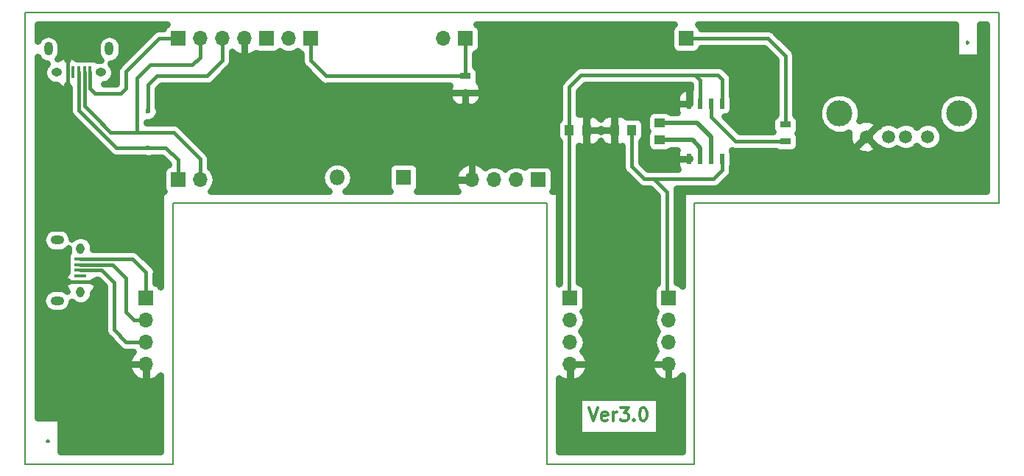
<source format=gbr>
G04 #@! TF.GenerationSoftware,KiCad,Pcbnew,(5.0.0)*
G04 #@! TF.CreationDate,2018-11-23T00:32:49+07:00*
G04 #@! TF.ProjectId,ext_module,6578745F6D6F64756C652E6B69636164,rev?*
G04 #@! TF.SameCoordinates,Original*
G04 #@! TF.FileFunction,Copper,L1,Top,Signal*
G04 #@! TF.FilePolarity,Positive*
%FSLAX46Y46*%
G04 Gerber Fmt 4.6, Leading zero omitted, Abs format (unit mm)*
G04 Created by KiCad (PCBNEW (5.0.0)) date 11/23/18 00:32:49*
%MOMM*%
%LPD*%
G01*
G04 APERTURE LIST*
G04 #@! TA.AperFunction,NonConductor*
%ADD10C,0.150000*%
G04 #@! TD*
G04 #@! TA.AperFunction,NonConductor*
%ADD11C,0.300000*%
G04 #@! TD*
G04 #@! TA.AperFunction,ComponentPad*
%ADD12R,1.800000X1.800000*%
G04 #@! TD*
G04 #@! TA.AperFunction,ComponentPad*
%ADD13O,1.800000X1.800000*%
G04 #@! TD*
G04 #@! TA.AperFunction,SMDPad,CuDef*
%ADD14R,1.250000X1.000000*%
G04 #@! TD*
G04 #@! TA.AperFunction,SMDPad,CuDef*
%ADD15R,1.000000X1.250000*%
G04 #@! TD*
G04 #@! TA.AperFunction,ComponentPad*
%ADD16C,1.500000*%
G04 #@! TD*
G04 #@! TA.AperFunction,ComponentPad*
%ADD17C,3.000000*%
G04 #@! TD*
G04 #@! TA.AperFunction,ComponentPad*
%ADD18R,1.700000X1.700000*%
G04 #@! TD*
G04 #@! TA.AperFunction,ComponentPad*
%ADD19O,1.700000X1.700000*%
G04 #@! TD*
G04 #@! TA.AperFunction,SMDPad,CuDef*
%ADD20R,1.300000X0.700000*%
G04 #@! TD*
G04 #@! TA.AperFunction,SMDPad,CuDef*
%ADD21R,1.350000X0.400000*%
G04 #@! TD*
G04 #@! TA.AperFunction,ComponentPad*
%ADD22O,0.950000X1.250000*%
G04 #@! TD*
G04 #@! TA.AperFunction,ComponentPad*
%ADD23O,1.550000X1.000000*%
G04 #@! TD*
G04 #@! TA.AperFunction,SMDPad,CuDef*
%ADD24R,0.400000X1.350000*%
G04 #@! TD*
G04 #@! TA.AperFunction,ComponentPad*
%ADD25O,1.250000X0.950000*%
G04 #@! TD*
G04 #@! TA.AperFunction,ComponentPad*
%ADD26O,1.000000X1.550000*%
G04 #@! TD*
G04 #@! TA.AperFunction,SMDPad,CuDef*
%ADD27R,0.508000X1.143000*%
G04 #@! TD*
G04 #@! TA.AperFunction,ViaPad*
%ADD28C,0.600000*%
G04 #@! TD*
G04 #@! TA.AperFunction,Conductor*
%ADD29C,0.500000*%
G04 #@! TD*
G04 #@! TA.AperFunction,Conductor*
%ADD30C,0.400000*%
G04 #@! TD*
G04 #@! TA.AperFunction,Conductor*
%ADD31C,0.800000*%
G04 #@! TD*
G04 APERTURE END LIST*
D10*
X21000000Y-23000000D02*
X21000000Y-75000000D01*
X133000000Y-23000000D02*
X21000000Y-23000000D01*
X133000000Y-45000000D02*
X133000000Y-23000000D01*
X98000000Y-45000000D02*
X133000000Y-45000000D01*
X98000000Y-75000000D02*
X98000000Y-45000000D01*
X81000000Y-75000000D02*
X98000000Y-75000000D01*
X81000000Y-45000000D02*
X81000000Y-75000000D01*
X38000000Y-45000000D02*
X81000000Y-45000000D01*
X38000000Y-75000000D02*
X38000000Y-45000000D01*
X21000000Y-75000000D02*
X38000000Y-75000000D01*
D11*
X85888142Y-68520571D02*
X86388142Y-70020571D01*
X86888142Y-68520571D01*
X87959571Y-69949142D02*
X87816714Y-70020571D01*
X87531000Y-70020571D01*
X87388142Y-69949142D01*
X87316714Y-69806285D01*
X87316714Y-69234857D01*
X87388142Y-69092000D01*
X87531000Y-69020571D01*
X87816714Y-69020571D01*
X87959571Y-69092000D01*
X88031000Y-69234857D01*
X88031000Y-69377714D01*
X87316714Y-69520571D01*
X88673857Y-70020571D02*
X88673857Y-69020571D01*
X88673857Y-69306285D02*
X88745285Y-69163428D01*
X88816714Y-69092000D01*
X88959571Y-69020571D01*
X89102428Y-69020571D01*
X89459571Y-68520571D02*
X90388142Y-68520571D01*
X89888142Y-69092000D01*
X90102428Y-69092000D01*
X90245285Y-69163428D01*
X90316714Y-69234857D01*
X90388142Y-69377714D01*
X90388142Y-69734857D01*
X90316714Y-69877714D01*
X90245285Y-69949142D01*
X90102428Y-70020571D01*
X89673857Y-70020571D01*
X89531000Y-69949142D01*
X89459571Y-69877714D01*
X91031000Y-69877714D02*
X91102428Y-69949142D01*
X91031000Y-70020571D01*
X90959571Y-69949142D01*
X91031000Y-69877714D01*
X91031000Y-70020571D01*
X92031000Y-68520571D02*
X92173857Y-68520571D01*
X92316714Y-68592000D01*
X92388142Y-68663428D01*
X92459571Y-68806285D01*
X92531000Y-69092000D01*
X92531000Y-69449142D01*
X92459571Y-69734857D01*
X92388142Y-69877714D01*
X92316714Y-69949142D01*
X92173857Y-70020571D01*
X92031000Y-70020571D01*
X91888142Y-69949142D01*
X91816714Y-69877714D01*
X91745285Y-69734857D01*
X91673857Y-69449142D01*
X91673857Y-69092000D01*
X91745285Y-68806285D01*
X91816714Y-68663428D01*
X91888142Y-68592000D01*
X92031000Y-68520571D01*
X129413000Y-26443714D02*
X129484428Y-26515142D01*
X129413000Y-26586571D01*
X129341571Y-26515142D01*
X129413000Y-26443714D01*
X129413000Y-26586571D01*
X23622000Y-72290714D02*
X23693428Y-72362142D01*
X23622000Y-72433571D01*
X23550571Y-72362142D01*
X23622000Y-72290714D01*
X23622000Y-72433571D01*
D12*
G04 #@! TO.P,D1,1*
G04 #@! TO.N,Net-(D1-Pad1)*
X64516000Y-42037000D03*
D13*
G04 #@! TO.P,D1,2*
G04 #@! TO.N,Net-(D1-Pad2)*
X56896000Y-42037000D03*
G04 #@! TD*
D14*
G04 #@! TO.P,C1uF1,1*
G04 #@! TO.N,Net-(C1uF1-Pad1)*
X93980000Y-35703000D03*
G04 #@! TO.P,C1uF1,2*
G04 #@! TO.N,Net-(C1uF1-Pad2)*
X93980000Y-37703000D03*
G04 #@! TD*
D15*
G04 #@! TO.P,C2.2uF1,1*
G04 #@! TO.N,Net-(C2.2uF1-Pad1)*
X83582000Y-36576000D03*
G04 #@! TO.P,C2.2uF1,2*
G04 #@! TO.N,GND*
X85582000Y-36576000D03*
G04 #@! TD*
G04 #@! TO.P,C10uF1,1*
G04 #@! TO.N,Net-(C10uF1-Pad1)*
X90789000Y-36576000D03*
G04 #@! TO.P,C10uF1,2*
G04 #@! TO.N,GND*
X88789000Y-36576000D03*
G04 #@! TD*
D16*
G04 #@! TO.P,P1,4*
G04 #@! TO.N,GND*
X117731000Y-37338000D03*
G04 #@! TO.P,P1,3*
G04 #@! TO.N,Net-(P1-Pad3)*
X120271000Y-37338000D03*
G04 #@! TO.P,P1,2*
G04 #@! TO.N,Net-(P1-Pad2)*
X122301000Y-37338000D03*
G04 #@! TO.P,P1,1*
G04 #@! TO.N,Net-(P1-Pad1)*
X124841000Y-37338000D03*
D17*
G04 #@! TO.P,P1,5*
G04 #@! TO.N,Net-(P1-Pad5)*
X114681000Y-34668000D03*
X128401000Y-34668000D03*
G04 #@! TD*
D18*
G04 #@! TO.P,P2,1*
G04 #@! TO.N,Net-(P1-Pad1)*
X80010000Y-42291000D03*
D19*
G04 #@! TO.P,P2,2*
G04 #@! TO.N,Net-(P1-Pad2)*
X77470000Y-42291000D03*
G04 #@! TO.P,P2,3*
G04 #@! TO.N,Net-(P1-Pad3)*
X74930000Y-42291000D03*
G04 #@! TO.P,P2,4*
G04 #@! TO.N,GND*
X72390000Y-42291000D03*
G04 #@! TD*
D18*
G04 #@! TO.P,P3,1*
G04 #@! TO.N,Net-(D1-Pad2)*
X34925000Y-55880000D03*
D19*
G04 #@! TO.P,P3,2*
G04 #@! TO.N,Net-(P3-Pad2)*
X34925000Y-58420000D03*
G04 #@! TO.P,P3,3*
G04 #@! TO.N,Net-(P3-Pad3)*
X34925000Y-60960000D03*
G04 #@! TO.P,P3,4*
G04 #@! TO.N,GND*
X34925000Y-63500000D03*
G04 #@! TD*
D18*
G04 #@! TO.P,P4,1*
G04 #@! TO.N,Net-(C2.2uF1-Pad1)*
X83693000Y-55880000D03*
D19*
G04 #@! TO.P,P4,2*
G04 #@! TO.N,Net-(P4-Pad2)*
X83693000Y-58420000D03*
G04 #@! TO.P,P4,3*
G04 #@! TO.N,Net-(P4-Pad3)*
X83693000Y-60960000D03*
G04 #@! TO.P,P4,4*
G04 #@! TO.N,GND*
X83693000Y-63500000D03*
G04 #@! TD*
D18*
G04 #@! TO.P,P6,1*
G04 #@! TO.N,Net-(C10uF1-Pad1)*
X94996000Y-55880000D03*
D19*
G04 #@! TO.P,P6,2*
G04 #@! TO.N,Net-(P4-Pad2)*
X94996000Y-58420000D03*
G04 #@! TO.P,P6,3*
G04 #@! TO.N,Net-(P4-Pad3)*
X94996000Y-60960000D03*
G04 #@! TO.P,P6,4*
G04 #@! TO.N,GND*
X94996000Y-63500000D03*
G04 #@! TD*
D18*
G04 #@! TO.P,P7,1*
G04 #@! TO.N,Net-(P7-Pad1)*
X97000000Y-26000000D03*
G04 #@! TD*
G04 #@! TO.P,P8,1*
G04 #@! TO.N,Net-(D1-Pad1)*
X38608000Y-26035000D03*
D19*
G04 #@! TO.P,P8,2*
G04 #@! TO.N,Net-(P5-Pad2)*
X41148000Y-26035000D03*
G04 #@! TO.P,P8,3*
G04 #@! TO.N,Net-(P5-Pad1)*
X43688000Y-26035000D03*
G04 #@! TO.P,P8,4*
G04 #@! TO.N,GND*
X46228000Y-26035000D03*
G04 #@! TD*
D18*
G04 #@! TO.P,P9,1*
G04 #@! TO.N,Net-(P9-Pad1)*
X48768000Y-26035000D03*
D19*
G04 #@! TO.P,P9,2*
G04 #@! TO.N,Net-(P9-Pad2)*
X51308000Y-26035000D03*
G04 #@! TD*
D18*
G04 #@! TO.P,P10,1*
G04 #@! TO.N,Net-(P10-Pad1)*
X53848000Y-26035000D03*
G04 #@! TD*
D20*
G04 #@! TO.P,R10k2,1*
G04 #@! TO.N,GND*
X71628000Y-32253000D03*
G04 #@! TO.P,R10k2,2*
G04 #@! TO.N,Net-(P10-Pad1)*
X71628000Y-30353000D03*
G04 #@! TD*
G04 #@! TO.P,R100k1,1*
G04 #@! TO.N,Net-(R100k1-Pad1)*
X108458000Y-37841000D03*
G04 #@! TO.P,R100k1,2*
G04 #@! TO.N,Net-(P7-Pad1)*
X108458000Y-35941000D03*
G04 #@! TD*
D21*
G04 #@! TO.P,U1,1*
G04 #@! TO.N,Net-(D1-Pad2)*
X27385000Y-51405000D03*
G04 #@! TO.P,U1,2*
G04 #@! TO.N,Net-(P3-Pad2)*
X27385000Y-52055000D03*
G04 #@! TO.P,U1,3*
G04 #@! TO.N,Net-(P3-Pad3)*
X27385000Y-52705000D03*
G04 #@! TO.P,U1,4*
G04 #@! TO.N,Net-(U1-Pad4)*
X27385000Y-53355000D03*
G04 #@! TO.P,U1,5*
G04 #@! TO.N,GND*
X27385000Y-54005000D03*
D22*
G04 #@! TO.P,U1,6*
G04 #@! TO.N,N/C*
X27385000Y-50205000D03*
X27385000Y-55205000D03*
D23*
X24685000Y-49205000D03*
X24685000Y-56205000D03*
G04 #@! TD*
D24*
G04 #@! TO.P,U2,1*
G04 #@! TO.N,Net-(D1-Pad1)*
X28478000Y-29925000D03*
G04 #@! TO.P,U2,2*
G04 #@! TO.N,Net-(P5-Pad2)*
X27828000Y-29925000D03*
G04 #@! TO.P,U2,3*
G04 #@! TO.N,Net-(P5-Pad1)*
X27178000Y-29925000D03*
G04 #@! TO.P,U2,4*
G04 #@! TO.N,Net-(U2-Pad4)*
X26528000Y-29925000D03*
G04 #@! TO.P,U2,5*
G04 #@! TO.N,GND*
X25878000Y-29925000D03*
D25*
G04 #@! TO.P,U2,6*
G04 #@! TO.N,N/C*
X29678000Y-29925000D03*
X24678000Y-29925000D03*
D26*
X30678000Y-27225000D03*
X23678000Y-27225000D03*
G04 #@! TD*
D27*
G04 #@! TO.P,U2F1,8*
G04 #@! TO.N,Net-(C10uF1-Pad1)*
X101219000Y-39878000D03*
G04 #@! TO.P,U2F1,7*
G04 #@! TO.N,Net-(C1uF1-Pad1)*
X99949000Y-39878000D03*
G04 #@! TO.P,U2F1,6*
G04 #@! TO.N,Net-(C1uF1-Pad2)*
X98679000Y-39878000D03*
G04 #@! TO.P,U2F1,5*
G04 #@! TO.N,GND*
X97409000Y-39878000D03*
G04 #@! TO.P,U2F1,4*
X97409000Y-33528000D03*
G04 #@! TO.P,U2F1,3*
G04 #@! TO.N,Net-(C2.2uF1-Pad1)*
X98679000Y-33528000D03*
G04 #@! TO.P,U2F1,2*
G04 #@! TO.N,Net-(R100k1-Pad1)*
X99949000Y-33528000D03*
G04 #@! TO.P,U2F1,1*
G04 #@! TO.N,Net-(C2.2uF1-Pad1)*
X101219000Y-33528000D03*
G04 #@! TD*
D18*
G04 #@! TO.P,Photo_R1,1*
G04 #@! TO.N,Net-(P10-Pad1)*
X71628000Y-26035000D03*
D19*
G04 #@! TO.P,Photo_R1,2*
G04 #@! TO.N,Net-(D1-Pad1)*
X69088000Y-26035000D03*
G04 #@! TD*
D18*
G04 #@! TO.P,P5,1*
G04 #@! TO.N,Net-(P5-Pad1)*
X38608000Y-42291000D03*
D19*
G04 #@! TO.P,P5,2*
G04 #@! TO.N,Net-(P5-Pad2)*
X41148000Y-42291000D03*
G04 #@! TD*
D28*
G04 #@! TO.N,Net-(P5-Pad1)*
X35179000Y-34417000D03*
X35179000Y-38608000D03*
G04 #@! TO.N,GND*
X88000000Y-33000000D03*
X28000000Y-59000000D03*
X44704000Y-33528000D03*
X24638000Y-53975000D03*
X27178000Y-27051000D03*
X36703000Y-32893000D03*
X25273000Y-32766000D03*
G04 #@! TD*
D29*
G04 #@! TO.N,Net-(C1uF1-Pad1)*
X99949000Y-39878000D02*
X99949000Y-37338000D01*
X98314000Y-35703000D02*
X93980000Y-35703000D01*
X99949000Y-37338000D02*
X98314000Y-35703000D01*
G04 #@! TO.N,Net-(C1uF1-Pad2)*
X98679000Y-39878000D02*
X98679000Y-38608000D01*
X97774000Y-37703000D02*
X93980000Y-37703000D01*
X98679000Y-38608000D02*
X97774000Y-37703000D01*
D30*
G04 #@! TO.N,Net-(C2.2uF1-Pad1)*
X83582000Y-36576000D02*
X83582000Y-31607000D01*
X83582000Y-31607000D02*
X84963000Y-30226000D01*
X98679000Y-33528000D02*
X98679000Y-30861000D01*
X101219000Y-30734000D02*
X101219000Y-33528000D01*
X99314000Y-30226000D02*
X100711000Y-30226000D01*
X100711000Y-30226000D02*
X101219000Y-30734000D01*
X83582000Y-36576000D02*
X83582000Y-55769000D01*
X83582000Y-55769000D02*
X83693000Y-55880000D01*
X98679000Y-30861000D02*
X98044000Y-30226000D01*
X84963000Y-30226000D02*
X98044000Y-30226000D01*
X98044000Y-30226000D02*
X99314000Y-30226000D01*
G04 #@! TO.N,Net-(C10uF1-Pad1)*
X93345000Y-42164000D02*
X94869000Y-43688000D01*
X94869000Y-43688000D02*
X94869000Y-55753000D01*
X94869000Y-55753000D02*
X94996000Y-55880000D01*
X90789000Y-36576000D02*
X90789000Y-40751000D01*
X101219000Y-41148000D02*
X101219000Y-39878000D01*
X100203000Y-42164000D02*
X101219000Y-41148000D01*
X92202000Y-42164000D02*
X93345000Y-42164000D01*
X93345000Y-42164000D02*
X100203000Y-42164000D01*
X90789000Y-40751000D02*
X92202000Y-42164000D01*
G04 #@! TO.N,Net-(D1-Pad1)*
X36449000Y-26035000D02*
X38608000Y-26035000D01*
X28478000Y-31780000D02*
X29083000Y-32385000D01*
X28478000Y-29925000D02*
X28478000Y-31780000D01*
X29083000Y-32385000D02*
X32004000Y-32385000D01*
X32004000Y-32385000D02*
X32639000Y-31750000D01*
X32639000Y-31750000D02*
X32639000Y-29845000D01*
X32639000Y-29845000D02*
X36449000Y-26035000D01*
G04 #@! TO.N,Net-(D1-Pad2)*
X27385000Y-51405000D02*
X33371000Y-51405000D01*
X34925000Y-52959000D02*
X34925000Y-55880000D01*
X33371000Y-51405000D02*
X34925000Y-52959000D01*
G04 #@! TO.N,Net-(P3-Pad2)*
X27385000Y-52055000D02*
X31100000Y-52055000D01*
X33528000Y-58420000D02*
X34925000Y-58420000D01*
X32639000Y-57531000D02*
X33528000Y-58420000D01*
X32639000Y-53594000D02*
X32639000Y-57531000D01*
X31100000Y-52055000D02*
X32639000Y-53594000D01*
G04 #@! TO.N,Net-(P3-Pad3)*
X32639000Y-60960000D02*
X34925000Y-60960000D01*
X31242000Y-59563000D02*
X32639000Y-60960000D01*
X31242000Y-54102000D02*
X31242000Y-59563000D01*
X27385000Y-52705000D02*
X29845000Y-52705000D01*
X29845000Y-52705000D02*
X31242000Y-54102000D01*
G04 #@! TO.N,Net-(P5-Pad2)*
X27828000Y-29925000D02*
X27828000Y-33797000D01*
X27828000Y-33797000D02*
X30035500Y-36004500D01*
X29845000Y-35814000D02*
X30861000Y-36830000D01*
X30861000Y-36830000D02*
X33528000Y-36830000D01*
X41148000Y-39878000D02*
X41148000Y-42291000D01*
X33528000Y-36830000D02*
X38100000Y-36830000D01*
X38100000Y-36830000D02*
X41148000Y-39878000D01*
X33909000Y-36830000D02*
X33528000Y-36830000D01*
X33909000Y-30607000D02*
X33909000Y-36830000D01*
X35433000Y-29083000D02*
X33909000Y-30607000D01*
X40259000Y-29083000D02*
X35433000Y-29083000D01*
X41148000Y-26035000D02*
X41148000Y-28194000D01*
X41148000Y-28194000D02*
X40259000Y-29083000D01*
G04 #@! TO.N,Net-(P7-Pad1)*
X108458000Y-28000000D02*
X108458000Y-35941000D01*
X106458000Y-26000000D02*
X108458000Y-28000000D01*
X97000000Y-26000000D02*
X106458000Y-26000000D01*
G04 #@! TO.N,Net-(P10-Pad1)*
X53848000Y-28575000D02*
X53848000Y-26035000D01*
X71628000Y-30353000D02*
X55626000Y-30353000D01*
X55626000Y-30353000D02*
X53848000Y-28575000D01*
X71628000Y-30353000D02*
X71628000Y-26035000D01*
G04 #@! TO.N,Net-(R100k1-Pad1)*
X99949000Y-35052000D02*
X102743000Y-37846000D01*
X99949000Y-33528000D02*
X99949000Y-35052000D01*
X107403000Y-37846000D02*
X102743000Y-37846000D01*
X107408000Y-37841000D02*
X107403000Y-37846000D01*
X108458000Y-37841000D02*
X107408000Y-37841000D01*
G04 #@! TO.N,Net-(P5-Pad1)*
X43688000Y-28575000D02*
X43688000Y-26035000D01*
X37592000Y-30353000D02*
X41910000Y-30353000D01*
X41910000Y-30353000D02*
X43688000Y-28575000D01*
X27178000Y-29925000D02*
X27178000Y-34290000D01*
X27178000Y-34290000D02*
X31496000Y-38608000D01*
X37592000Y-30353000D02*
X36195000Y-30353000D01*
X36195000Y-30353000D02*
X35179000Y-31369000D01*
X35179000Y-31369000D02*
X35179000Y-34417000D01*
X31496000Y-38608000D02*
X35179000Y-38608000D01*
X38608000Y-40005000D02*
X38608000Y-42291000D01*
X35179000Y-38608000D02*
X37211000Y-38608000D01*
X37211000Y-38608000D02*
X38608000Y-40005000D01*
G04 #@! TO.N,GND*
X85582000Y-36576000D02*
X85582000Y-35418000D01*
X85582000Y-35418000D02*
X88000000Y-33000000D01*
X27385000Y-54005000D02*
X24668000Y-54005000D01*
X24668000Y-54005000D02*
X24638000Y-53975000D01*
X29011000Y-59000000D02*
X28000000Y-59000000D01*
X29990000Y-58021000D02*
X29011000Y-59000000D01*
X29990000Y-55000000D02*
X29990000Y-58021000D01*
X27385000Y-54005000D02*
X28995000Y-54005000D01*
X28995000Y-54005000D02*
X29990000Y-55000000D01*
X25908000Y-28321000D02*
X27178000Y-27051000D01*
X25878000Y-29925000D02*
X25878000Y-28351000D01*
X25878000Y-28351000D02*
X25908000Y-28321000D01*
X25878000Y-29925000D02*
X25878000Y-32161000D01*
X25878000Y-32161000D02*
X25273000Y-32766000D01*
X37338000Y-33528000D02*
X36703000Y-32893000D01*
X44704000Y-33528000D02*
X37338000Y-33528000D01*
G04 #@! TD*
D31*
G04 #@! TO.N,GND*
G36*
X97579001Y-31873999D02*
X97434000Y-32019000D01*
X97434000Y-33503000D01*
X97454000Y-33503000D01*
X97454000Y-33553000D01*
X97434000Y-33553000D01*
X97434000Y-33573000D01*
X97384000Y-33573000D01*
X97384000Y-33553000D01*
X96217500Y-33553000D01*
X95905000Y-33865500D01*
X95905000Y-34348141D01*
X95989855Y-34553000D01*
X95252164Y-34553000D01*
X94956163Y-34355219D01*
X94605000Y-34285368D01*
X93355000Y-34285368D01*
X93003837Y-34355219D01*
X92706136Y-34554136D01*
X92507219Y-34851837D01*
X92437368Y-35203000D01*
X92437368Y-36203000D01*
X92507219Y-36554163D01*
X92606668Y-36703000D01*
X92507219Y-36851837D01*
X92437368Y-37203000D01*
X92437368Y-38203000D01*
X92507219Y-38554163D01*
X92706136Y-38851864D01*
X93003837Y-39050781D01*
X93355000Y-39120632D01*
X94605000Y-39120632D01*
X94956163Y-39050781D01*
X95252164Y-38853000D01*
X95989855Y-38853000D01*
X95905000Y-39057859D01*
X95905000Y-39540500D01*
X96217500Y-39853000D01*
X97384000Y-39853000D01*
X97384000Y-39833000D01*
X97434000Y-39833000D01*
X97434000Y-39853000D01*
X97454000Y-39853000D01*
X97454000Y-39903000D01*
X97434000Y-39903000D01*
X97434000Y-39923000D01*
X97384000Y-39923000D01*
X97384000Y-39903000D01*
X96217500Y-39903000D01*
X95905000Y-40215500D01*
X95905000Y-40698141D01*
X96056544Y-41064000D01*
X93453339Y-41064000D01*
X93345000Y-41042450D01*
X93236661Y-41064000D01*
X92657635Y-41064000D01*
X91889000Y-40295366D01*
X91889000Y-37882514D01*
X91937864Y-37849864D01*
X92136781Y-37552163D01*
X92206632Y-37201000D01*
X92206632Y-35951000D01*
X92136781Y-35599837D01*
X91937864Y-35302136D01*
X91640163Y-35103219D01*
X91289000Y-35033368D01*
X90289000Y-35033368D01*
X90163999Y-35058232D01*
X89997068Y-34891301D01*
X89537640Y-34701000D01*
X89126500Y-34701000D01*
X88814000Y-35013500D01*
X88814000Y-36551000D01*
X88834000Y-36551000D01*
X88834000Y-36601000D01*
X88814000Y-36601000D01*
X88814000Y-38138500D01*
X89126500Y-38451000D01*
X89537640Y-38451000D01*
X89689000Y-38388305D01*
X89689001Y-40642656D01*
X89667450Y-40751000D01*
X89752823Y-41180198D01*
X89752824Y-41180199D01*
X89995945Y-41544056D01*
X90087792Y-41605426D01*
X91347574Y-42865208D01*
X91408944Y-42957056D01*
X91772801Y-43200177D01*
X92202000Y-43285550D01*
X92310339Y-43264000D01*
X92889366Y-43264000D01*
X93769000Y-44143635D01*
X93769001Y-54199482D01*
X93497136Y-54381136D01*
X93298219Y-54678837D01*
X93228368Y-55030000D01*
X93228368Y-56730000D01*
X93298219Y-57081163D01*
X93497136Y-57378864D01*
X93559234Y-57420357D01*
X93347537Y-57737184D01*
X93211716Y-58420000D01*
X93347537Y-59102816D01*
X93734321Y-59681679D01*
X93746774Y-59690000D01*
X93734321Y-59698321D01*
X93347537Y-60277184D01*
X93211716Y-60960000D01*
X93347537Y-61642816D01*
X93585559Y-61999042D01*
X93282489Y-62285963D01*
X92948330Y-63034108D01*
X92925913Y-63146819D01*
X93208675Y-63475000D01*
X94971000Y-63475000D01*
X94971000Y-63455000D01*
X95021000Y-63455000D01*
X95021000Y-63475000D01*
X95041000Y-63475000D01*
X95041000Y-63525000D01*
X95021000Y-63525000D01*
X95021000Y-65287353D01*
X95349182Y-65570089D01*
X96114486Y-65277356D01*
X96600000Y-64817713D01*
X96600000Y-73600000D01*
X82400000Y-73600000D01*
X82400000Y-67287000D01*
X84695286Y-67287000D01*
X84695286Y-71637000D01*
X93866715Y-71637000D01*
X93866715Y-67287000D01*
X84695286Y-67287000D01*
X82400000Y-67287000D01*
X82400000Y-65112141D01*
X82574514Y-65277356D01*
X83339818Y-65570089D01*
X83668000Y-65287353D01*
X83668000Y-63525000D01*
X83718000Y-63525000D01*
X83718000Y-65287353D01*
X84046182Y-65570089D01*
X84811486Y-65277356D01*
X85406511Y-64714037D01*
X85740670Y-63965892D01*
X85763087Y-63853181D01*
X92925913Y-63853181D01*
X92948330Y-63965892D01*
X93282489Y-64714037D01*
X93877514Y-65277356D01*
X94642818Y-65570089D01*
X94971000Y-65287353D01*
X94971000Y-63525000D01*
X93208675Y-63525000D01*
X92925913Y-63853181D01*
X85763087Y-63853181D01*
X85480325Y-63525000D01*
X83718000Y-63525000D01*
X83668000Y-63525000D01*
X83648000Y-63525000D01*
X83648000Y-63475000D01*
X83668000Y-63475000D01*
X83668000Y-63455000D01*
X83718000Y-63455000D01*
X83718000Y-63475000D01*
X85480325Y-63475000D01*
X85763087Y-63146819D01*
X85740670Y-63034108D01*
X85406511Y-62285963D01*
X85103441Y-61999042D01*
X85341463Y-61642816D01*
X85477284Y-60960000D01*
X85341463Y-60277184D01*
X84954679Y-59698321D01*
X84942226Y-59690000D01*
X84954679Y-59681679D01*
X85341463Y-59102816D01*
X85477284Y-58420000D01*
X85341463Y-57737184D01*
X85129766Y-57420357D01*
X85191864Y-57378864D01*
X85390781Y-57081163D01*
X85460632Y-56730000D01*
X85460632Y-55030000D01*
X85390781Y-54678837D01*
X85191864Y-54381136D01*
X84894163Y-54182219D01*
X84682000Y-54140017D01*
X84682000Y-38388305D01*
X84833360Y-38451000D01*
X85244500Y-38451000D01*
X85557000Y-38138500D01*
X85557000Y-36601000D01*
X85607000Y-36601000D01*
X85607000Y-38138500D01*
X85919500Y-38451000D01*
X86330640Y-38451000D01*
X86790068Y-38260699D01*
X87141699Y-37909068D01*
X87185500Y-37803323D01*
X87229301Y-37909068D01*
X87580932Y-38260699D01*
X88040360Y-38451000D01*
X88451500Y-38451000D01*
X88764000Y-38138500D01*
X88764000Y-36601000D01*
X87351500Y-36601000D01*
X87185500Y-36767000D01*
X87019500Y-36601000D01*
X85607000Y-36601000D01*
X85557000Y-36601000D01*
X85537000Y-36601000D01*
X85537000Y-36551000D01*
X85557000Y-36551000D01*
X85557000Y-35013500D01*
X85607000Y-35013500D01*
X85607000Y-36551000D01*
X87019500Y-36551000D01*
X87185500Y-36385000D01*
X87351500Y-36551000D01*
X88764000Y-36551000D01*
X88764000Y-35013500D01*
X88451500Y-34701000D01*
X88040360Y-34701000D01*
X87580932Y-34891301D01*
X87229301Y-35242932D01*
X87185500Y-35348677D01*
X87141699Y-35242932D01*
X86790068Y-34891301D01*
X86330640Y-34701000D01*
X85919500Y-34701000D01*
X85607000Y-35013500D01*
X85557000Y-35013500D01*
X85244500Y-34701000D01*
X84833360Y-34701000D01*
X84682000Y-34763695D01*
X84682000Y-32707859D01*
X95905000Y-32707859D01*
X95905000Y-33190500D01*
X96217500Y-33503000D01*
X97384000Y-33503000D01*
X97384000Y-32019000D01*
X97071500Y-31706500D01*
X96906360Y-31706500D01*
X96446932Y-31896801D01*
X96095301Y-32248432D01*
X95905000Y-32707859D01*
X84682000Y-32707859D01*
X84682000Y-32062634D01*
X85418635Y-31326000D01*
X97579001Y-31326000D01*
X97579001Y-31873999D01*
X97579001Y-31873999D01*
G37*
X97579001Y-31873999D02*
X97434000Y-32019000D01*
X97434000Y-33503000D01*
X97454000Y-33503000D01*
X97454000Y-33553000D01*
X97434000Y-33553000D01*
X97434000Y-33573000D01*
X97384000Y-33573000D01*
X97384000Y-33553000D01*
X96217500Y-33553000D01*
X95905000Y-33865500D01*
X95905000Y-34348141D01*
X95989855Y-34553000D01*
X95252164Y-34553000D01*
X94956163Y-34355219D01*
X94605000Y-34285368D01*
X93355000Y-34285368D01*
X93003837Y-34355219D01*
X92706136Y-34554136D01*
X92507219Y-34851837D01*
X92437368Y-35203000D01*
X92437368Y-36203000D01*
X92507219Y-36554163D01*
X92606668Y-36703000D01*
X92507219Y-36851837D01*
X92437368Y-37203000D01*
X92437368Y-38203000D01*
X92507219Y-38554163D01*
X92706136Y-38851864D01*
X93003837Y-39050781D01*
X93355000Y-39120632D01*
X94605000Y-39120632D01*
X94956163Y-39050781D01*
X95252164Y-38853000D01*
X95989855Y-38853000D01*
X95905000Y-39057859D01*
X95905000Y-39540500D01*
X96217500Y-39853000D01*
X97384000Y-39853000D01*
X97384000Y-39833000D01*
X97434000Y-39833000D01*
X97434000Y-39853000D01*
X97454000Y-39853000D01*
X97454000Y-39903000D01*
X97434000Y-39903000D01*
X97434000Y-39923000D01*
X97384000Y-39923000D01*
X97384000Y-39903000D01*
X96217500Y-39903000D01*
X95905000Y-40215500D01*
X95905000Y-40698141D01*
X96056544Y-41064000D01*
X93453339Y-41064000D01*
X93345000Y-41042450D01*
X93236661Y-41064000D01*
X92657635Y-41064000D01*
X91889000Y-40295366D01*
X91889000Y-37882514D01*
X91937864Y-37849864D01*
X92136781Y-37552163D01*
X92206632Y-37201000D01*
X92206632Y-35951000D01*
X92136781Y-35599837D01*
X91937864Y-35302136D01*
X91640163Y-35103219D01*
X91289000Y-35033368D01*
X90289000Y-35033368D01*
X90163999Y-35058232D01*
X89997068Y-34891301D01*
X89537640Y-34701000D01*
X89126500Y-34701000D01*
X88814000Y-35013500D01*
X88814000Y-36551000D01*
X88834000Y-36551000D01*
X88834000Y-36601000D01*
X88814000Y-36601000D01*
X88814000Y-38138500D01*
X89126500Y-38451000D01*
X89537640Y-38451000D01*
X89689000Y-38388305D01*
X89689001Y-40642656D01*
X89667450Y-40751000D01*
X89752823Y-41180198D01*
X89752824Y-41180199D01*
X89995945Y-41544056D01*
X90087792Y-41605426D01*
X91347574Y-42865208D01*
X91408944Y-42957056D01*
X91772801Y-43200177D01*
X92202000Y-43285550D01*
X92310339Y-43264000D01*
X92889366Y-43264000D01*
X93769000Y-44143635D01*
X93769001Y-54199482D01*
X93497136Y-54381136D01*
X93298219Y-54678837D01*
X93228368Y-55030000D01*
X93228368Y-56730000D01*
X93298219Y-57081163D01*
X93497136Y-57378864D01*
X93559234Y-57420357D01*
X93347537Y-57737184D01*
X93211716Y-58420000D01*
X93347537Y-59102816D01*
X93734321Y-59681679D01*
X93746774Y-59690000D01*
X93734321Y-59698321D01*
X93347537Y-60277184D01*
X93211716Y-60960000D01*
X93347537Y-61642816D01*
X93585559Y-61999042D01*
X93282489Y-62285963D01*
X92948330Y-63034108D01*
X92925913Y-63146819D01*
X93208675Y-63475000D01*
X94971000Y-63475000D01*
X94971000Y-63455000D01*
X95021000Y-63455000D01*
X95021000Y-63475000D01*
X95041000Y-63475000D01*
X95041000Y-63525000D01*
X95021000Y-63525000D01*
X95021000Y-65287353D01*
X95349182Y-65570089D01*
X96114486Y-65277356D01*
X96600000Y-64817713D01*
X96600000Y-73600000D01*
X82400000Y-73600000D01*
X82400000Y-67287000D01*
X84695286Y-67287000D01*
X84695286Y-71637000D01*
X93866715Y-71637000D01*
X93866715Y-67287000D01*
X84695286Y-67287000D01*
X82400000Y-67287000D01*
X82400000Y-65112141D01*
X82574514Y-65277356D01*
X83339818Y-65570089D01*
X83668000Y-65287353D01*
X83668000Y-63525000D01*
X83718000Y-63525000D01*
X83718000Y-65287353D01*
X84046182Y-65570089D01*
X84811486Y-65277356D01*
X85406511Y-64714037D01*
X85740670Y-63965892D01*
X85763087Y-63853181D01*
X92925913Y-63853181D01*
X92948330Y-63965892D01*
X93282489Y-64714037D01*
X93877514Y-65277356D01*
X94642818Y-65570089D01*
X94971000Y-65287353D01*
X94971000Y-63525000D01*
X93208675Y-63525000D01*
X92925913Y-63853181D01*
X85763087Y-63853181D01*
X85480325Y-63525000D01*
X83718000Y-63525000D01*
X83668000Y-63525000D01*
X83648000Y-63525000D01*
X83648000Y-63475000D01*
X83668000Y-63475000D01*
X83668000Y-63455000D01*
X83718000Y-63455000D01*
X83718000Y-63475000D01*
X85480325Y-63475000D01*
X85763087Y-63146819D01*
X85740670Y-63034108D01*
X85406511Y-62285963D01*
X85103441Y-61999042D01*
X85341463Y-61642816D01*
X85477284Y-60960000D01*
X85341463Y-60277184D01*
X84954679Y-59698321D01*
X84942226Y-59690000D01*
X84954679Y-59681679D01*
X85341463Y-59102816D01*
X85477284Y-58420000D01*
X85341463Y-57737184D01*
X85129766Y-57420357D01*
X85191864Y-57378864D01*
X85390781Y-57081163D01*
X85460632Y-56730000D01*
X85460632Y-55030000D01*
X85390781Y-54678837D01*
X85191864Y-54381136D01*
X84894163Y-54182219D01*
X84682000Y-54140017D01*
X84682000Y-38388305D01*
X84833360Y-38451000D01*
X85244500Y-38451000D01*
X85557000Y-38138500D01*
X85557000Y-36601000D01*
X85607000Y-36601000D01*
X85607000Y-38138500D01*
X85919500Y-38451000D01*
X86330640Y-38451000D01*
X86790068Y-38260699D01*
X87141699Y-37909068D01*
X87185500Y-37803323D01*
X87229301Y-37909068D01*
X87580932Y-38260699D01*
X88040360Y-38451000D01*
X88451500Y-38451000D01*
X88764000Y-38138500D01*
X88764000Y-36601000D01*
X87351500Y-36601000D01*
X87185500Y-36767000D01*
X87019500Y-36601000D01*
X85607000Y-36601000D01*
X85557000Y-36601000D01*
X85537000Y-36601000D01*
X85537000Y-36551000D01*
X85557000Y-36551000D01*
X85557000Y-35013500D01*
X85607000Y-35013500D01*
X85607000Y-36551000D01*
X87019500Y-36551000D01*
X87185500Y-36385000D01*
X87351500Y-36551000D01*
X88764000Y-36551000D01*
X88764000Y-35013500D01*
X88451500Y-34701000D01*
X88040360Y-34701000D01*
X87580932Y-34891301D01*
X87229301Y-35242932D01*
X87185500Y-35348677D01*
X87141699Y-35242932D01*
X86790068Y-34891301D01*
X86330640Y-34701000D01*
X85919500Y-34701000D01*
X85607000Y-35013500D01*
X85557000Y-35013500D01*
X85244500Y-34701000D01*
X84833360Y-34701000D01*
X84682000Y-34763695D01*
X84682000Y-32707859D01*
X95905000Y-32707859D01*
X95905000Y-33190500D01*
X96217500Y-33503000D01*
X97384000Y-33503000D01*
X97384000Y-32019000D01*
X97071500Y-31706500D01*
X96906360Y-31706500D01*
X96446932Y-31896801D01*
X96095301Y-32248432D01*
X95905000Y-32707859D01*
X84682000Y-32707859D01*
X84682000Y-32062634D01*
X85418635Y-31326000D01*
X97579001Y-31326000D01*
X97579001Y-31873999D01*
G36*
X22668657Y-28509342D02*
X23131747Y-28818771D01*
X23576312Y-28907200D01*
X23536681Y-28933681D01*
X23232779Y-29388502D01*
X23126063Y-29925000D01*
X23232779Y-30461498D01*
X23536681Y-30916319D01*
X23991502Y-31220221D01*
X24392578Y-31300000D01*
X24614959Y-31300000D01*
X24618301Y-31308068D01*
X24969932Y-31659699D01*
X25429359Y-31850000D01*
X25540500Y-31850000D01*
X25853000Y-31537500D01*
X25853000Y-31365036D01*
X25903000Y-31398445D01*
X25903000Y-31537500D01*
X26078000Y-31712500D01*
X26078001Y-34181656D01*
X26056450Y-34290000D01*
X26141823Y-34719198D01*
X26222539Y-34839998D01*
X26384945Y-35083056D01*
X26476792Y-35144426D01*
X30641574Y-39309209D01*
X30702944Y-39401056D01*
X31066801Y-39644177D01*
X31495999Y-39729550D01*
X31604338Y-39708000D01*
X34698884Y-39708000D01*
X34940305Y-39808000D01*
X35417695Y-39808000D01*
X35659116Y-39708000D01*
X36755366Y-39708000D01*
X37508000Y-40460635D01*
X37508000Y-40573096D01*
X37406837Y-40593219D01*
X37109136Y-40792136D01*
X36910219Y-41089837D01*
X36840368Y-41441000D01*
X36840368Y-43141000D01*
X36910219Y-43492163D01*
X36984353Y-43603112D01*
X36846927Y-43630448D01*
X36717157Y-43717157D01*
X36630448Y-43846927D01*
X36600000Y-44000000D01*
X36600000Y-54644743D01*
X36423864Y-54381136D01*
X36126163Y-54182219D01*
X36025000Y-54162096D01*
X36025000Y-53067339D01*
X36046550Y-52959000D01*
X35961177Y-52529801D01*
X35945365Y-52506136D01*
X35718056Y-52165944D01*
X35626209Y-52104574D01*
X34225428Y-50703794D01*
X34164056Y-50611944D01*
X33800199Y-50368823D01*
X33479339Y-50305000D01*
X33371000Y-50283450D01*
X33262661Y-50305000D01*
X28760000Y-50305000D01*
X28760000Y-49919578D01*
X28680221Y-49518502D01*
X28376318Y-49063681D01*
X27921497Y-48759779D01*
X27385000Y-48653063D01*
X26848502Y-48759779D01*
X26393681Y-49063682D01*
X26367200Y-49103313D01*
X26278771Y-48658747D01*
X25969343Y-48195657D01*
X25506253Y-47886229D01*
X25097885Y-47805000D01*
X24272115Y-47805000D01*
X23863747Y-47886229D01*
X23400657Y-48195657D01*
X23091229Y-48658747D01*
X22982573Y-49205000D01*
X23091229Y-49751253D01*
X23400657Y-50214343D01*
X23863747Y-50523771D01*
X24272115Y-50605000D01*
X25097885Y-50605000D01*
X25506253Y-50523771D01*
X25969343Y-50214343D01*
X26010000Y-50153496D01*
X26010000Y-50490422D01*
X26031803Y-50600035D01*
X25862219Y-50853837D01*
X25792368Y-51205000D01*
X25792368Y-51605000D01*
X25817232Y-51730000D01*
X25792368Y-51855000D01*
X25792368Y-52255000D01*
X25817232Y-52380000D01*
X25792368Y-52505000D01*
X25792368Y-52905000D01*
X25800641Y-52946592D01*
X25650301Y-53096932D01*
X25460000Y-53556359D01*
X25460000Y-53667500D01*
X25772500Y-53980000D01*
X25911555Y-53980000D01*
X25944964Y-54030000D01*
X25772500Y-54030000D01*
X25460000Y-54342500D01*
X25460000Y-54453641D01*
X25650301Y-54913068D01*
X25859485Y-55122252D01*
X25506253Y-54886229D01*
X25097885Y-54805000D01*
X24272115Y-54805000D01*
X23863747Y-54886229D01*
X23400657Y-55195657D01*
X23091229Y-55658747D01*
X22982573Y-56205000D01*
X23091229Y-56751253D01*
X23400657Y-57214343D01*
X23863747Y-57523771D01*
X24272115Y-57605000D01*
X25097885Y-57605000D01*
X25506253Y-57523771D01*
X25969343Y-57214343D01*
X26278771Y-56751253D01*
X26367200Y-56306687D01*
X26393682Y-56346319D01*
X26848503Y-56650221D01*
X27385000Y-56756937D01*
X27921498Y-56650221D01*
X28376319Y-56346319D01*
X28680221Y-55891497D01*
X28760000Y-55490421D01*
X28760000Y-55268041D01*
X28768068Y-55264699D01*
X29119699Y-54913068D01*
X29310000Y-54453641D01*
X29310000Y-54342500D01*
X28997500Y-54030000D01*
X28825036Y-54030000D01*
X28858445Y-53980000D01*
X28997500Y-53980000D01*
X29172500Y-53805000D01*
X29389366Y-53805000D01*
X30142000Y-54557635D01*
X30142001Y-59454656D01*
X30120450Y-59563000D01*
X30205823Y-59992198D01*
X30205824Y-59992199D01*
X30448945Y-60356056D01*
X30540792Y-60417426D01*
X31784574Y-61661208D01*
X31845944Y-61753056D01*
X32209801Y-61996177D01*
X32638999Y-62081550D01*
X32747338Y-62060000D01*
X33450170Y-62060000D01*
X33211489Y-62285963D01*
X32877330Y-63034108D01*
X32854913Y-63146819D01*
X33137675Y-63475000D01*
X34900000Y-63475000D01*
X34900000Y-63455000D01*
X34950000Y-63455000D01*
X34950000Y-63475000D01*
X34970000Y-63475000D01*
X34970000Y-63525000D01*
X34950000Y-63525000D01*
X34950000Y-65287353D01*
X35278182Y-65570089D01*
X36043486Y-65277356D01*
X36600000Y-64750496D01*
X36600000Y-73600000D01*
X25029143Y-73600000D01*
X25029143Y-69700000D01*
X22400000Y-69700000D01*
X22400000Y-63853181D01*
X32854913Y-63853181D01*
X32877330Y-63965892D01*
X33211489Y-64714037D01*
X33806514Y-65277356D01*
X34571818Y-65570089D01*
X34900000Y-65287353D01*
X34900000Y-63525000D01*
X33137675Y-63525000D01*
X32854913Y-63853181D01*
X22400000Y-63853181D01*
X22400000Y-28107270D01*
X22668657Y-28509342D01*
X22668657Y-28509342D01*
G37*
X22668657Y-28509342D02*
X23131747Y-28818771D01*
X23576312Y-28907200D01*
X23536681Y-28933681D01*
X23232779Y-29388502D01*
X23126063Y-29925000D01*
X23232779Y-30461498D01*
X23536681Y-30916319D01*
X23991502Y-31220221D01*
X24392578Y-31300000D01*
X24614959Y-31300000D01*
X24618301Y-31308068D01*
X24969932Y-31659699D01*
X25429359Y-31850000D01*
X25540500Y-31850000D01*
X25853000Y-31537500D01*
X25853000Y-31365036D01*
X25903000Y-31398445D01*
X25903000Y-31537500D01*
X26078000Y-31712500D01*
X26078001Y-34181656D01*
X26056450Y-34290000D01*
X26141823Y-34719198D01*
X26222539Y-34839998D01*
X26384945Y-35083056D01*
X26476792Y-35144426D01*
X30641574Y-39309209D01*
X30702944Y-39401056D01*
X31066801Y-39644177D01*
X31495999Y-39729550D01*
X31604338Y-39708000D01*
X34698884Y-39708000D01*
X34940305Y-39808000D01*
X35417695Y-39808000D01*
X35659116Y-39708000D01*
X36755366Y-39708000D01*
X37508000Y-40460635D01*
X37508000Y-40573096D01*
X37406837Y-40593219D01*
X37109136Y-40792136D01*
X36910219Y-41089837D01*
X36840368Y-41441000D01*
X36840368Y-43141000D01*
X36910219Y-43492163D01*
X36984353Y-43603112D01*
X36846927Y-43630448D01*
X36717157Y-43717157D01*
X36630448Y-43846927D01*
X36600000Y-44000000D01*
X36600000Y-54644743D01*
X36423864Y-54381136D01*
X36126163Y-54182219D01*
X36025000Y-54162096D01*
X36025000Y-53067339D01*
X36046550Y-52959000D01*
X35961177Y-52529801D01*
X35945365Y-52506136D01*
X35718056Y-52165944D01*
X35626209Y-52104574D01*
X34225428Y-50703794D01*
X34164056Y-50611944D01*
X33800199Y-50368823D01*
X33479339Y-50305000D01*
X33371000Y-50283450D01*
X33262661Y-50305000D01*
X28760000Y-50305000D01*
X28760000Y-49919578D01*
X28680221Y-49518502D01*
X28376318Y-49063681D01*
X27921497Y-48759779D01*
X27385000Y-48653063D01*
X26848502Y-48759779D01*
X26393681Y-49063682D01*
X26367200Y-49103313D01*
X26278771Y-48658747D01*
X25969343Y-48195657D01*
X25506253Y-47886229D01*
X25097885Y-47805000D01*
X24272115Y-47805000D01*
X23863747Y-47886229D01*
X23400657Y-48195657D01*
X23091229Y-48658747D01*
X22982573Y-49205000D01*
X23091229Y-49751253D01*
X23400657Y-50214343D01*
X23863747Y-50523771D01*
X24272115Y-50605000D01*
X25097885Y-50605000D01*
X25506253Y-50523771D01*
X25969343Y-50214343D01*
X26010000Y-50153496D01*
X26010000Y-50490422D01*
X26031803Y-50600035D01*
X25862219Y-50853837D01*
X25792368Y-51205000D01*
X25792368Y-51605000D01*
X25817232Y-51730000D01*
X25792368Y-51855000D01*
X25792368Y-52255000D01*
X25817232Y-52380000D01*
X25792368Y-52505000D01*
X25792368Y-52905000D01*
X25800641Y-52946592D01*
X25650301Y-53096932D01*
X25460000Y-53556359D01*
X25460000Y-53667500D01*
X25772500Y-53980000D01*
X25911555Y-53980000D01*
X25944964Y-54030000D01*
X25772500Y-54030000D01*
X25460000Y-54342500D01*
X25460000Y-54453641D01*
X25650301Y-54913068D01*
X25859485Y-55122252D01*
X25506253Y-54886229D01*
X25097885Y-54805000D01*
X24272115Y-54805000D01*
X23863747Y-54886229D01*
X23400657Y-55195657D01*
X23091229Y-55658747D01*
X22982573Y-56205000D01*
X23091229Y-56751253D01*
X23400657Y-57214343D01*
X23863747Y-57523771D01*
X24272115Y-57605000D01*
X25097885Y-57605000D01*
X25506253Y-57523771D01*
X25969343Y-57214343D01*
X26278771Y-56751253D01*
X26367200Y-56306687D01*
X26393682Y-56346319D01*
X26848503Y-56650221D01*
X27385000Y-56756937D01*
X27921498Y-56650221D01*
X28376319Y-56346319D01*
X28680221Y-55891497D01*
X28760000Y-55490421D01*
X28760000Y-55268041D01*
X28768068Y-55264699D01*
X29119699Y-54913068D01*
X29310000Y-54453641D01*
X29310000Y-54342500D01*
X28997500Y-54030000D01*
X28825036Y-54030000D01*
X28858445Y-53980000D01*
X28997500Y-53980000D01*
X29172500Y-53805000D01*
X29389366Y-53805000D01*
X30142000Y-54557635D01*
X30142001Y-59454656D01*
X30120450Y-59563000D01*
X30205823Y-59992198D01*
X30205824Y-59992199D01*
X30448945Y-60356056D01*
X30540792Y-60417426D01*
X31784574Y-61661208D01*
X31845944Y-61753056D01*
X32209801Y-61996177D01*
X32638999Y-62081550D01*
X32747338Y-62060000D01*
X33450170Y-62060000D01*
X33211489Y-62285963D01*
X32877330Y-63034108D01*
X32854913Y-63146819D01*
X33137675Y-63475000D01*
X34900000Y-63475000D01*
X34900000Y-63455000D01*
X34950000Y-63455000D01*
X34950000Y-63475000D01*
X34970000Y-63475000D01*
X34970000Y-63525000D01*
X34950000Y-63525000D01*
X34950000Y-65287353D01*
X35278182Y-65570089D01*
X36043486Y-65277356D01*
X36600000Y-64750496D01*
X36600000Y-73600000D01*
X25029143Y-73600000D01*
X25029143Y-69700000D01*
X22400000Y-69700000D01*
X22400000Y-63853181D01*
X32854913Y-63853181D01*
X32877330Y-63965892D01*
X33211489Y-64714037D01*
X33806514Y-65277356D01*
X34571818Y-65570089D01*
X34900000Y-65287353D01*
X34900000Y-63525000D01*
X33137675Y-63525000D01*
X32854913Y-63853181D01*
X22400000Y-63853181D01*
X22400000Y-28107270D01*
X22668657Y-28509342D01*
G36*
X128005857Y-28203000D02*
X130820143Y-28203000D01*
X130820143Y-24400000D01*
X131600000Y-24400000D01*
X131600000Y-43600000D01*
X97000000Y-43600000D01*
X96846927Y-43630448D01*
X96717157Y-43717157D01*
X96630448Y-43846927D01*
X96600000Y-44000000D01*
X96600000Y-54538483D01*
X96494864Y-54381136D01*
X96197163Y-54182219D01*
X95969000Y-54136834D01*
X95969000Y-43796337D01*
X95990550Y-43687999D01*
X95963633Y-43552679D01*
X95906211Y-43264000D01*
X100094661Y-43264000D01*
X100203000Y-43285550D01*
X100311339Y-43264000D01*
X100632199Y-43200177D01*
X100996056Y-42957056D01*
X101057428Y-42865206D01*
X101920209Y-42002426D01*
X102012056Y-41941056D01*
X102255177Y-41577199D01*
X102319000Y-41256339D01*
X102319000Y-41256338D01*
X102340550Y-41148000D01*
X102319000Y-41039661D01*
X102319000Y-40803328D01*
X102320781Y-40800663D01*
X102390632Y-40449500D01*
X102390632Y-39306500D01*
X102320781Y-38955337D01*
X102238099Y-38831595D01*
X102306318Y-38877177D01*
X102313801Y-38882177D01*
X102743000Y-38967550D01*
X102851339Y-38946000D01*
X107294661Y-38946000D01*
X107327865Y-38952605D01*
X107456837Y-39038781D01*
X107808000Y-39108632D01*
X109108000Y-39108632D01*
X109459163Y-39038781D01*
X109756864Y-38839864D01*
X109932839Y-38576498D01*
X116527857Y-38576498D01*
X116552715Y-39002304D01*
X117279308Y-39326526D01*
X118074667Y-39348014D01*
X118817706Y-39063495D01*
X118909285Y-39002304D01*
X118934143Y-38576498D01*
X117731000Y-37373355D01*
X116527857Y-38576498D01*
X109932839Y-38576498D01*
X109955781Y-38542163D01*
X110025632Y-38191000D01*
X110025632Y-37491000D01*
X109955781Y-37139837D01*
X109789514Y-36891000D01*
X109955781Y-36642163D01*
X110025632Y-36291000D01*
X110025632Y-35591000D01*
X109955781Y-35239837D01*
X109756864Y-34942136D01*
X109558000Y-34809260D01*
X109558000Y-34190610D01*
X112281000Y-34190610D01*
X112281000Y-35145390D01*
X112646378Y-36027491D01*
X113321509Y-36702622D01*
X114203610Y-37068000D01*
X115158390Y-37068000D01*
X115775451Y-36812405D01*
X115742474Y-36886308D01*
X115720986Y-37681667D01*
X116005505Y-38424706D01*
X116066696Y-38516285D01*
X116492502Y-38541143D01*
X117695645Y-37338000D01*
X117766355Y-37338000D01*
X118969498Y-38541143D01*
X119131248Y-38531700D01*
X119336350Y-38736802D01*
X119942795Y-38988000D01*
X120599205Y-38988000D01*
X121205650Y-38736802D01*
X121286000Y-38656452D01*
X121366350Y-38736802D01*
X121972795Y-38988000D01*
X122629205Y-38988000D01*
X123235650Y-38736802D01*
X123571000Y-38401452D01*
X123906350Y-38736802D01*
X124512795Y-38988000D01*
X125169205Y-38988000D01*
X125775650Y-38736802D01*
X126239802Y-38272650D01*
X126491000Y-37666205D01*
X126491000Y-37009795D01*
X126239802Y-36403350D01*
X125775650Y-35939198D01*
X125169205Y-35688000D01*
X124512795Y-35688000D01*
X123906350Y-35939198D01*
X123571000Y-36274548D01*
X123235650Y-35939198D01*
X122629205Y-35688000D01*
X121972795Y-35688000D01*
X121366350Y-35939198D01*
X121286000Y-36019548D01*
X121205650Y-35939198D01*
X120599205Y-35688000D01*
X119942795Y-35688000D01*
X119336350Y-35939198D01*
X119131248Y-36144300D01*
X118969498Y-36134857D01*
X117766355Y-37338000D01*
X117695645Y-37338000D01*
X117681503Y-37323858D01*
X117716858Y-37288503D01*
X117731000Y-37302645D01*
X118934143Y-36099502D01*
X118909285Y-35673696D01*
X118182692Y-35349474D01*
X117387333Y-35327986D01*
X116933363Y-35501817D01*
X117081000Y-35145390D01*
X117081000Y-34190610D01*
X126001000Y-34190610D01*
X126001000Y-35145390D01*
X126366378Y-36027491D01*
X127041509Y-36702622D01*
X127923610Y-37068000D01*
X128878390Y-37068000D01*
X129760491Y-36702622D01*
X130435622Y-36027491D01*
X130801000Y-35145390D01*
X130801000Y-34190610D01*
X130435622Y-33308509D01*
X129760491Y-32633378D01*
X128878390Y-32268000D01*
X127923610Y-32268000D01*
X127041509Y-32633378D01*
X126366378Y-33308509D01*
X126001000Y-34190610D01*
X117081000Y-34190610D01*
X116715622Y-33308509D01*
X116040491Y-32633378D01*
X115158390Y-32268000D01*
X114203610Y-32268000D01*
X113321509Y-32633378D01*
X112646378Y-33308509D01*
X112281000Y-34190610D01*
X109558000Y-34190610D01*
X109558000Y-28108338D01*
X109579550Y-27999999D01*
X109494177Y-27570801D01*
X109472810Y-27538823D01*
X109251056Y-27206944D01*
X109159209Y-27145574D01*
X107312428Y-25298794D01*
X107251056Y-25206944D01*
X106887199Y-24963823D01*
X106566339Y-24900000D01*
X106458000Y-24878450D01*
X106349661Y-24900000D01*
X98717904Y-24900000D01*
X98697781Y-24798837D01*
X98498864Y-24501136D01*
X98347503Y-24400000D01*
X128005857Y-24400000D01*
X128005857Y-28203000D01*
X128005857Y-28203000D01*
G37*
X128005857Y-28203000D02*
X130820143Y-28203000D01*
X130820143Y-24400000D01*
X131600000Y-24400000D01*
X131600000Y-43600000D01*
X97000000Y-43600000D01*
X96846927Y-43630448D01*
X96717157Y-43717157D01*
X96630448Y-43846927D01*
X96600000Y-44000000D01*
X96600000Y-54538483D01*
X96494864Y-54381136D01*
X96197163Y-54182219D01*
X95969000Y-54136834D01*
X95969000Y-43796337D01*
X95990550Y-43687999D01*
X95963633Y-43552679D01*
X95906211Y-43264000D01*
X100094661Y-43264000D01*
X100203000Y-43285550D01*
X100311339Y-43264000D01*
X100632199Y-43200177D01*
X100996056Y-42957056D01*
X101057428Y-42865206D01*
X101920209Y-42002426D01*
X102012056Y-41941056D01*
X102255177Y-41577199D01*
X102319000Y-41256339D01*
X102319000Y-41256338D01*
X102340550Y-41148000D01*
X102319000Y-41039661D01*
X102319000Y-40803328D01*
X102320781Y-40800663D01*
X102390632Y-40449500D01*
X102390632Y-39306500D01*
X102320781Y-38955337D01*
X102238099Y-38831595D01*
X102306318Y-38877177D01*
X102313801Y-38882177D01*
X102743000Y-38967550D01*
X102851339Y-38946000D01*
X107294661Y-38946000D01*
X107327865Y-38952605D01*
X107456837Y-39038781D01*
X107808000Y-39108632D01*
X109108000Y-39108632D01*
X109459163Y-39038781D01*
X109756864Y-38839864D01*
X109932839Y-38576498D01*
X116527857Y-38576498D01*
X116552715Y-39002304D01*
X117279308Y-39326526D01*
X118074667Y-39348014D01*
X118817706Y-39063495D01*
X118909285Y-39002304D01*
X118934143Y-38576498D01*
X117731000Y-37373355D01*
X116527857Y-38576498D01*
X109932839Y-38576498D01*
X109955781Y-38542163D01*
X110025632Y-38191000D01*
X110025632Y-37491000D01*
X109955781Y-37139837D01*
X109789514Y-36891000D01*
X109955781Y-36642163D01*
X110025632Y-36291000D01*
X110025632Y-35591000D01*
X109955781Y-35239837D01*
X109756864Y-34942136D01*
X109558000Y-34809260D01*
X109558000Y-34190610D01*
X112281000Y-34190610D01*
X112281000Y-35145390D01*
X112646378Y-36027491D01*
X113321509Y-36702622D01*
X114203610Y-37068000D01*
X115158390Y-37068000D01*
X115775451Y-36812405D01*
X115742474Y-36886308D01*
X115720986Y-37681667D01*
X116005505Y-38424706D01*
X116066696Y-38516285D01*
X116492502Y-38541143D01*
X117695645Y-37338000D01*
X117766355Y-37338000D01*
X118969498Y-38541143D01*
X119131248Y-38531700D01*
X119336350Y-38736802D01*
X119942795Y-38988000D01*
X120599205Y-38988000D01*
X121205650Y-38736802D01*
X121286000Y-38656452D01*
X121366350Y-38736802D01*
X121972795Y-38988000D01*
X122629205Y-38988000D01*
X123235650Y-38736802D01*
X123571000Y-38401452D01*
X123906350Y-38736802D01*
X124512795Y-38988000D01*
X125169205Y-38988000D01*
X125775650Y-38736802D01*
X126239802Y-38272650D01*
X126491000Y-37666205D01*
X126491000Y-37009795D01*
X126239802Y-36403350D01*
X125775650Y-35939198D01*
X125169205Y-35688000D01*
X124512795Y-35688000D01*
X123906350Y-35939198D01*
X123571000Y-36274548D01*
X123235650Y-35939198D01*
X122629205Y-35688000D01*
X121972795Y-35688000D01*
X121366350Y-35939198D01*
X121286000Y-36019548D01*
X121205650Y-35939198D01*
X120599205Y-35688000D01*
X119942795Y-35688000D01*
X119336350Y-35939198D01*
X119131248Y-36144300D01*
X118969498Y-36134857D01*
X117766355Y-37338000D01*
X117695645Y-37338000D01*
X117681503Y-37323858D01*
X117716858Y-37288503D01*
X117731000Y-37302645D01*
X118934143Y-36099502D01*
X118909285Y-35673696D01*
X118182692Y-35349474D01*
X117387333Y-35327986D01*
X116933363Y-35501817D01*
X117081000Y-35145390D01*
X117081000Y-34190610D01*
X126001000Y-34190610D01*
X126001000Y-35145390D01*
X126366378Y-36027491D01*
X127041509Y-36702622D01*
X127923610Y-37068000D01*
X128878390Y-37068000D01*
X129760491Y-36702622D01*
X130435622Y-36027491D01*
X130801000Y-35145390D01*
X130801000Y-34190610D01*
X130435622Y-33308509D01*
X129760491Y-32633378D01*
X128878390Y-32268000D01*
X127923610Y-32268000D01*
X127041509Y-32633378D01*
X126366378Y-33308509D01*
X126001000Y-34190610D01*
X117081000Y-34190610D01*
X116715622Y-33308509D01*
X116040491Y-32633378D01*
X115158390Y-32268000D01*
X114203610Y-32268000D01*
X113321509Y-32633378D01*
X112646378Y-33308509D01*
X112281000Y-34190610D01*
X109558000Y-34190610D01*
X109558000Y-28108338D01*
X109579550Y-27999999D01*
X109494177Y-27570801D01*
X109472810Y-27538823D01*
X109251056Y-27206944D01*
X109159209Y-27145574D01*
X107312428Y-25298794D01*
X107251056Y-25206944D01*
X106887199Y-24963823D01*
X106566339Y-24900000D01*
X106458000Y-24878450D01*
X106349661Y-24900000D01*
X98717904Y-24900000D01*
X98697781Y-24798837D01*
X98498864Y-24501136D01*
X98347503Y-24400000D01*
X128005857Y-24400000D01*
X128005857Y-28203000D01*
G36*
X95501136Y-24501136D02*
X95302219Y-24798837D01*
X95232368Y-25150000D01*
X95232368Y-26850000D01*
X95302219Y-27201163D01*
X95501136Y-27498864D01*
X95798837Y-27697781D01*
X96150000Y-27767632D01*
X97850000Y-27767632D01*
X98201163Y-27697781D01*
X98498864Y-27498864D01*
X98697781Y-27201163D01*
X98717904Y-27100000D01*
X106002366Y-27100000D01*
X107358000Y-28455635D01*
X107358001Y-34809259D01*
X107159136Y-34942136D01*
X106960219Y-35239837D01*
X106890368Y-35591000D01*
X106890368Y-36291000D01*
X106960219Y-36642163D01*
X107029601Y-36746000D01*
X103198635Y-36746000D01*
X101469766Y-35017132D01*
X101473000Y-35017132D01*
X101824163Y-34947281D01*
X102121864Y-34748364D01*
X102320781Y-34450663D01*
X102390632Y-34099500D01*
X102390632Y-32956500D01*
X102320781Y-32605337D01*
X102319000Y-32602672D01*
X102319000Y-30842337D01*
X102340550Y-30733999D01*
X102313896Y-30600000D01*
X102255177Y-30304801D01*
X102012056Y-29940944D01*
X101920206Y-29879572D01*
X101565428Y-29524794D01*
X101504056Y-29432944D01*
X101140199Y-29189823D01*
X100819339Y-29126000D01*
X100711000Y-29104450D01*
X100602661Y-29126000D01*
X98152339Y-29126000D01*
X98044000Y-29104450D01*
X97935661Y-29126000D01*
X85071339Y-29126000D01*
X84963000Y-29104450D01*
X84707767Y-29155219D01*
X84533801Y-29189823D01*
X84169944Y-29432944D01*
X84108574Y-29524792D01*
X82880792Y-30752574D01*
X82788945Y-30813944D01*
X82693395Y-30956945D01*
X82545823Y-31177802D01*
X82460450Y-31607000D01*
X82482001Y-31715344D01*
X82482000Y-35269486D01*
X82433136Y-35302136D01*
X82234219Y-35599837D01*
X82164368Y-35951000D01*
X82164368Y-37201000D01*
X82234219Y-37552163D01*
X82433136Y-37849864D01*
X82482000Y-37882514D01*
X82482001Y-54188791D01*
X82400000Y-54243582D01*
X82400000Y-44000000D01*
X82369552Y-43846927D01*
X82282843Y-43717157D01*
X82153073Y-43630448D01*
X82000000Y-43600000D01*
X81635727Y-43600000D01*
X81707781Y-43492163D01*
X81777632Y-43141000D01*
X81777632Y-41441000D01*
X81707781Y-41089837D01*
X81508864Y-40792136D01*
X81211163Y-40593219D01*
X80860000Y-40523368D01*
X79160000Y-40523368D01*
X78808837Y-40593219D01*
X78511136Y-40792136D01*
X78469643Y-40854234D01*
X78152816Y-40642537D01*
X77642357Y-40541000D01*
X77297643Y-40541000D01*
X76787184Y-40642537D01*
X76208321Y-41029321D01*
X76200000Y-41041774D01*
X76191679Y-41029321D01*
X75612816Y-40642537D01*
X75102357Y-40541000D01*
X74757643Y-40541000D01*
X74247184Y-40642537D01*
X73890958Y-40880559D01*
X73604037Y-40577489D01*
X72855892Y-40243330D01*
X72743181Y-40220913D01*
X72415000Y-40503675D01*
X72415000Y-42266000D01*
X72435000Y-42266000D01*
X72435000Y-42316000D01*
X72415000Y-42316000D01*
X72415000Y-42336000D01*
X72365000Y-42336000D01*
X72365000Y-42316000D01*
X70602647Y-42316000D01*
X70319911Y-42644182D01*
X70612644Y-43409486D01*
X70793006Y-43600000D01*
X66043708Y-43600000D01*
X66064864Y-43585864D01*
X66263781Y-43288163D01*
X66333632Y-42937000D01*
X66333632Y-41937818D01*
X70319911Y-41937818D01*
X70602647Y-42266000D01*
X72365000Y-42266000D01*
X72365000Y-40503675D01*
X72036819Y-40220913D01*
X71924108Y-40243330D01*
X71175963Y-40577489D01*
X70612644Y-41172514D01*
X70319911Y-41937818D01*
X66333632Y-41937818D01*
X66333632Y-41137000D01*
X66263781Y-40785837D01*
X66064864Y-40488136D01*
X65767163Y-40289219D01*
X65416000Y-40219368D01*
X63616000Y-40219368D01*
X63264837Y-40289219D01*
X62967136Y-40488136D01*
X62768219Y-40785837D01*
X62698368Y-41137000D01*
X62698368Y-42937000D01*
X62768219Y-43288163D01*
X62967136Y-43585864D01*
X62988292Y-43600000D01*
X57796720Y-43600000D01*
X58193728Y-43334728D01*
X58591563Y-42739325D01*
X58731264Y-42037000D01*
X58591563Y-41334675D01*
X58193728Y-40739272D01*
X57598325Y-40341437D01*
X57073284Y-40237000D01*
X56718716Y-40237000D01*
X56193675Y-40341437D01*
X55598272Y-40739272D01*
X55200437Y-41334675D01*
X55060736Y-42037000D01*
X55200437Y-42739325D01*
X55598272Y-43334728D01*
X55995280Y-43600000D01*
X42338858Y-43600000D01*
X42409679Y-43552679D01*
X42796463Y-42973816D01*
X42932284Y-42291000D01*
X42796463Y-41608184D01*
X42409679Y-41029321D01*
X42248000Y-40921291D01*
X42248000Y-39986339D01*
X42269550Y-39878000D01*
X42184177Y-39448801D01*
X42116833Y-39348014D01*
X41941056Y-39084944D01*
X41849209Y-39023574D01*
X38954428Y-36128794D01*
X38893056Y-36036944D01*
X38529199Y-35793823D01*
X38208339Y-35730000D01*
X38100000Y-35708450D01*
X37991661Y-35730000D01*
X35009000Y-35730000D01*
X35009000Y-35617000D01*
X35417695Y-35617000D01*
X35858745Y-35434311D01*
X36196311Y-35096745D01*
X36379000Y-34655695D01*
X36379000Y-34178305D01*
X36279000Y-33936884D01*
X36279000Y-32590500D01*
X69728000Y-32590500D01*
X69728000Y-32851640D01*
X69918301Y-33311068D01*
X70269932Y-33662699D01*
X70729359Y-33853000D01*
X71290500Y-33853000D01*
X71603000Y-33540500D01*
X71603000Y-32278000D01*
X71653000Y-32278000D01*
X71653000Y-33540500D01*
X71965500Y-33853000D01*
X72526641Y-33853000D01*
X72986068Y-33662699D01*
X73337699Y-33311068D01*
X73528000Y-32851640D01*
X73528000Y-32590500D01*
X73215500Y-32278000D01*
X71653000Y-32278000D01*
X71603000Y-32278000D01*
X70040500Y-32278000D01*
X69728000Y-32590500D01*
X36279000Y-32590500D01*
X36279000Y-31824634D01*
X36650635Y-31453000D01*
X41801661Y-31453000D01*
X41910000Y-31474550D01*
X42018339Y-31453000D01*
X42339199Y-31389177D01*
X42703056Y-31146056D01*
X42764428Y-31054206D01*
X44389209Y-29429426D01*
X44481056Y-29368056D01*
X44724177Y-29004199D01*
X44788000Y-28683339D01*
X44788000Y-28683338D01*
X44809550Y-28575000D01*
X44788000Y-28466661D01*
X44788000Y-27509830D01*
X45013963Y-27748511D01*
X45762108Y-28082670D01*
X45874819Y-28105087D01*
X46203000Y-27822325D01*
X46203000Y-26060000D01*
X46183000Y-26060000D01*
X46183000Y-26010000D01*
X46203000Y-26010000D01*
X46203000Y-25990000D01*
X46253000Y-25990000D01*
X46253000Y-26010000D01*
X46273000Y-26010000D01*
X46273000Y-26060000D01*
X46253000Y-26060000D01*
X46253000Y-27822325D01*
X46581181Y-28105087D01*
X46693892Y-28082670D01*
X47442037Y-27748511D01*
X47499515Y-27687798D01*
X47566837Y-27732781D01*
X47918000Y-27802632D01*
X49618000Y-27802632D01*
X49969163Y-27732781D01*
X50266864Y-27533864D01*
X50308357Y-27471766D01*
X50625184Y-27683463D01*
X51135643Y-27785000D01*
X51480357Y-27785000D01*
X51990816Y-27683463D01*
X52307643Y-27471766D01*
X52349136Y-27533864D01*
X52646837Y-27732781D01*
X52748000Y-27752904D01*
X52748000Y-28466661D01*
X52726450Y-28575000D01*
X52774939Y-28818771D01*
X52811823Y-29004198D01*
X53054944Y-29368056D01*
X53146794Y-29429428D01*
X54771574Y-31054209D01*
X54832944Y-31146056D01*
X55102250Y-31326000D01*
X55196801Y-31389177D01*
X55626000Y-31474550D01*
X55734339Y-31453000D01*
X69811406Y-31453000D01*
X69728000Y-31654360D01*
X69728000Y-31915500D01*
X70040500Y-32228000D01*
X71603000Y-32228000D01*
X71603000Y-32208000D01*
X71653000Y-32208000D01*
X71653000Y-32228000D01*
X73215500Y-32228000D01*
X73528000Y-31915500D01*
X73528000Y-31654360D01*
X73337699Y-31194932D01*
X73137585Y-30994818D01*
X73195632Y-30703000D01*
X73195632Y-30003000D01*
X73125781Y-29651837D01*
X72926864Y-29354136D01*
X72728000Y-29221260D01*
X72728000Y-27752904D01*
X72829163Y-27732781D01*
X73126864Y-27533864D01*
X73325781Y-27236163D01*
X73395632Y-26885000D01*
X73395632Y-25185000D01*
X73325781Y-24833837D01*
X73126864Y-24536136D01*
X72923122Y-24400000D01*
X95652497Y-24400000D01*
X95501136Y-24501136D01*
X95501136Y-24501136D01*
G37*
X95501136Y-24501136D02*
X95302219Y-24798837D01*
X95232368Y-25150000D01*
X95232368Y-26850000D01*
X95302219Y-27201163D01*
X95501136Y-27498864D01*
X95798837Y-27697781D01*
X96150000Y-27767632D01*
X97850000Y-27767632D01*
X98201163Y-27697781D01*
X98498864Y-27498864D01*
X98697781Y-27201163D01*
X98717904Y-27100000D01*
X106002366Y-27100000D01*
X107358000Y-28455635D01*
X107358001Y-34809259D01*
X107159136Y-34942136D01*
X106960219Y-35239837D01*
X106890368Y-35591000D01*
X106890368Y-36291000D01*
X106960219Y-36642163D01*
X107029601Y-36746000D01*
X103198635Y-36746000D01*
X101469766Y-35017132D01*
X101473000Y-35017132D01*
X101824163Y-34947281D01*
X102121864Y-34748364D01*
X102320781Y-34450663D01*
X102390632Y-34099500D01*
X102390632Y-32956500D01*
X102320781Y-32605337D01*
X102319000Y-32602672D01*
X102319000Y-30842337D01*
X102340550Y-30733999D01*
X102313896Y-30600000D01*
X102255177Y-30304801D01*
X102012056Y-29940944D01*
X101920206Y-29879572D01*
X101565428Y-29524794D01*
X101504056Y-29432944D01*
X101140199Y-29189823D01*
X100819339Y-29126000D01*
X100711000Y-29104450D01*
X100602661Y-29126000D01*
X98152339Y-29126000D01*
X98044000Y-29104450D01*
X97935661Y-29126000D01*
X85071339Y-29126000D01*
X84963000Y-29104450D01*
X84707767Y-29155219D01*
X84533801Y-29189823D01*
X84169944Y-29432944D01*
X84108574Y-29524792D01*
X82880792Y-30752574D01*
X82788945Y-30813944D01*
X82693395Y-30956945D01*
X82545823Y-31177802D01*
X82460450Y-31607000D01*
X82482001Y-31715344D01*
X82482000Y-35269486D01*
X82433136Y-35302136D01*
X82234219Y-35599837D01*
X82164368Y-35951000D01*
X82164368Y-37201000D01*
X82234219Y-37552163D01*
X82433136Y-37849864D01*
X82482000Y-37882514D01*
X82482001Y-54188791D01*
X82400000Y-54243582D01*
X82400000Y-44000000D01*
X82369552Y-43846927D01*
X82282843Y-43717157D01*
X82153073Y-43630448D01*
X82000000Y-43600000D01*
X81635727Y-43600000D01*
X81707781Y-43492163D01*
X81777632Y-43141000D01*
X81777632Y-41441000D01*
X81707781Y-41089837D01*
X81508864Y-40792136D01*
X81211163Y-40593219D01*
X80860000Y-40523368D01*
X79160000Y-40523368D01*
X78808837Y-40593219D01*
X78511136Y-40792136D01*
X78469643Y-40854234D01*
X78152816Y-40642537D01*
X77642357Y-40541000D01*
X77297643Y-40541000D01*
X76787184Y-40642537D01*
X76208321Y-41029321D01*
X76200000Y-41041774D01*
X76191679Y-41029321D01*
X75612816Y-40642537D01*
X75102357Y-40541000D01*
X74757643Y-40541000D01*
X74247184Y-40642537D01*
X73890958Y-40880559D01*
X73604037Y-40577489D01*
X72855892Y-40243330D01*
X72743181Y-40220913D01*
X72415000Y-40503675D01*
X72415000Y-42266000D01*
X72435000Y-42266000D01*
X72435000Y-42316000D01*
X72415000Y-42316000D01*
X72415000Y-42336000D01*
X72365000Y-42336000D01*
X72365000Y-42316000D01*
X70602647Y-42316000D01*
X70319911Y-42644182D01*
X70612644Y-43409486D01*
X70793006Y-43600000D01*
X66043708Y-43600000D01*
X66064864Y-43585864D01*
X66263781Y-43288163D01*
X66333632Y-42937000D01*
X66333632Y-41937818D01*
X70319911Y-41937818D01*
X70602647Y-42266000D01*
X72365000Y-42266000D01*
X72365000Y-40503675D01*
X72036819Y-40220913D01*
X71924108Y-40243330D01*
X71175963Y-40577489D01*
X70612644Y-41172514D01*
X70319911Y-41937818D01*
X66333632Y-41937818D01*
X66333632Y-41137000D01*
X66263781Y-40785837D01*
X66064864Y-40488136D01*
X65767163Y-40289219D01*
X65416000Y-40219368D01*
X63616000Y-40219368D01*
X63264837Y-40289219D01*
X62967136Y-40488136D01*
X62768219Y-40785837D01*
X62698368Y-41137000D01*
X62698368Y-42937000D01*
X62768219Y-43288163D01*
X62967136Y-43585864D01*
X62988292Y-43600000D01*
X57796720Y-43600000D01*
X58193728Y-43334728D01*
X58591563Y-42739325D01*
X58731264Y-42037000D01*
X58591563Y-41334675D01*
X58193728Y-40739272D01*
X57598325Y-40341437D01*
X57073284Y-40237000D01*
X56718716Y-40237000D01*
X56193675Y-40341437D01*
X55598272Y-40739272D01*
X55200437Y-41334675D01*
X55060736Y-42037000D01*
X55200437Y-42739325D01*
X55598272Y-43334728D01*
X55995280Y-43600000D01*
X42338858Y-43600000D01*
X42409679Y-43552679D01*
X42796463Y-42973816D01*
X42932284Y-42291000D01*
X42796463Y-41608184D01*
X42409679Y-41029321D01*
X42248000Y-40921291D01*
X42248000Y-39986339D01*
X42269550Y-39878000D01*
X42184177Y-39448801D01*
X42116833Y-39348014D01*
X41941056Y-39084944D01*
X41849209Y-39023574D01*
X38954428Y-36128794D01*
X38893056Y-36036944D01*
X38529199Y-35793823D01*
X38208339Y-35730000D01*
X38100000Y-35708450D01*
X37991661Y-35730000D01*
X35009000Y-35730000D01*
X35009000Y-35617000D01*
X35417695Y-35617000D01*
X35858745Y-35434311D01*
X36196311Y-35096745D01*
X36379000Y-34655695D01*
X36379000Y-34178305D01*
X36279000Y-33936884D01*
X36279000Y-32590500D01*
X69728000Y-32590500D01*
X69728000Y-32851640D01*
X69918301Y-33311068D01*
X70269932Y-33662699D01*
X70729359Y-33853000D01*
X71290500Y-33853000D01*
X71603000Y-33540500D01*
X71603000Y-32278000D01*
X71653000Y-32278000D01*
X71653000Y-33540500D01*
X71965500Y-33853000D01*
X72526641Y-33853000D01*
X72986068Y-33662699D01*
X73337699Y-33311068D01*
X73528000Y-32851640D01*
X73528000Y-32590500D01*
X73215500Y-32278000D01*
X71653000Y-32278000D01*
X71603000Y-32278000D01*
X70040500Y-32278000D01*
X69728000Y-32590500D01*
X36279000Y-32590500D01*
X36279000Y-31824634D01*
X36650635Y-31453000D01*
X41801661Y-31453000D01*
X41910000Y-31474550D01*
X42018339Y-31453000D01*
X42339199Y-31389177D01*
X42703056Y-31146056D01*
X42764428Y-31054206D01*
X44389209Y-29429426D01*
X44481056Y-29368056D01*
X44724177Y-29004199D01*
X44788000Y-28683339D01*
X44788000Y-28683338D01*
X44809550Y-28575000D01*
X44788000Y-28466661D01*
X44788000Y-27509830D01*
X45013963Y-27748511D01*
X45762108Y-28082670D01*
X45874819Y-28105087D01*
X46203000Y-27822325D01*
X46203000Y-26060000D01*
X46183000Y-26060000D01*
X46183000Y-26010000D01*
X46203000Y-26010000D01*
X46203000Y-25990000D01*
X46253000Y-25990000D01*
X46253000Y-26010000D01*
X46273000Y-26010000D01*
X46273000Y-26060000D01*
X46253000Y-26060000D01*
X46253000Y-27822325D01*
X46581181Y-28105087D01*
X46693892Y-28082670D01*
X47442037Y-27748511D01*
X47499515Y-27687798D01*
X47566837Y-27732781D01*
X47918000Y-27802632D01*
X49618000Y-27802632D01*
X49969163Y-27732781D01*
X50266864Y-27533864D01*
X50308357Y-27471766D01*
X50625184Y-27683463D01*
X51135643Y-27785000D01*
X51480357Y-27785000D01*
X51990816Y-27683463D01*
X52307643Y-27471766D01*
X52349136Y-27533864D01*
X52646837Y-27732781D01*
X52748000Y-27752904D01*
X52748000Y-28466661D01*
X52726450Y-28575000D01*
X52774939Y-28818771D01*
X52811823Y-29004198D01*
X53054944Y-29368056D01*
X53146794Y-29429428D01*
X54771574Y-31054209D01*
X54832944Y-31146056D01*
X55102250Y-31326000D01*
X55196801Y-31389177D01*
X55626000Y-31474550D01*
X55734339Y-31453000D01*
X69811406Y-31453000D01*
X69728000Y-31654360D01*
X69728000Y-31915500D01*
X70040500Y-32228000D01*
X71603000Y-32228000D01*
X71603000Y-32208000D01*
X71653000Y-32208000D01*
X71653000Y-32228000D01*
X73215500Y-32228000D01*
X73528000Y-31915500D01*
X73528000Y-31654360D01*
X73337699Y-31194932D01*
X73137585Y-30994818D01*
X73195632Y-30703000D01*
X73195632Y-30003000D01*
X73125781Y-29651837D01*
X72926864Y-29354136D01*
X72728000Y-29221260D01*
X72728000Y-27752904D01*
X72829163Y-27732781D01*
X73126864Y-27533864D01*
X73325781Y-27236163D01*
X73395632Y-26885000D01*
X73395632Y-25185000D01*
X73325781Y-24833837D01*
X73126864Y-24536136D01*
X72923122Y-24400000D01*
X95652497Y-24400000D01*
X95501136Y-24501136D01*
G36*
X37109136Y-24536136D02*
X36910219Y-24833837D01*
X36890096Y-24935000D01*
X36557339Y-24935000D01*
X36449000Y-24913450D01*
X36340661Y-24935000D01*
X36019801Y-24998823D01*
X35655944Y-25241944D01*
X35594572Y-25333794D01*
X31937792Y-28990574D01*
X31845945Y-29051944D01*
X31711604Y-29253000D01*
X31602823Y-29415802D01*
X31517450Y-29845000D01*
X31539001Y-29953343D01*
X31539000Y-31285000D01*
X30038832Y-31285000D01*
X30364498Y-31220221D01*
X30819319Y-30916319D01*
X31123221Y-30461498D01*
X31229937Y-29925000D01*
X31123221Y-29388502D01*
X30819319Y-28933681D01*
X30779688Y-28907200D01*
X31224252Y-28818771D01*
X31687342Y-28509343D01*
X31996771Y-28046253D01*
X32078000Y-27637885D01*
X32078000Y-26812116D01*
X31996771Y-26403747D01*
X31687343Y-25940657D01*
X31224253Y-25631229D01*
X30678000Y-25522573D01*
X30131748Y-25631229D01*
X29668658Y-25940657D01*
X29359229Y-26403747D01*
X29278000Y-26812115D01*
X29278000Y-27637884D01*
X29359229Y-28046252D01*
X29668657Y-28509342D01*
X29729506Y-28550000D01*
X29392578Y-28550000D01*
X29282965Y-28571803D01*
X29029163Y-28402219D01*
X28678000Y-28332368D01*
X28278000Y-28332368D01*
X28153000Y-28357232D01*
X28028000Y-28332368D01*
X27628000Y-28332368D01*
X27503000Y-28357232D01*
X27378000Y-28332368D01*
X26978000Y-28332368D01*
X26936408Y-28340641D01*
X26786068Y-28190301D01*
X26326641Y-28000000D01*
X26215500Y-28000000D01*
X25903000Y-28312500D01*
X25903000Y-28451555D01*
X25853000Y-28484964D01*
X25853000Y-28312500D01*
X25540500Y-28000000D01*
X25429359Y-28000000D01*
X24969932Y-28190301D01*
X24760746Y-28399487D01*
X24996771Y-28046253D01*
X25078000Y-27637885D01*
X25078000Y-26812116D01*
X24996771Y-26403747D01*
X24687343Y-25940657D01*
X24224253Y-25631229D01*
X23678000Y-25522573D01*
X23131748Y-25631229D01*
X22668658Y-25940657D01*
X22400000Y-26342729D01*
X22400000Y-24400000D01*
X37312878Y-24400000D01*
X37109136Y-24536136D01*
X37109136Y-24536136D01*
G37*
X37109136Y-24536136D02*
X36910219Y-24833837D01*
X36890096Y-24935000D01*
X36557339Y-24935000D01*
X36449000Y-24913450D01*
X36340661Y-24935000D01*
X36019801Y-24998823D01*
X35655944Y-25241944D01*
X35594572Y-25333794D01*
X31937792Y-28990574D01*
X31845945Y-29051944D01*
X31711604Y-29253000D01*
X31602823Y-29415802D01*
X31517450Y-29845000D01*
X31539001Y-29953343D01*
X31539000Y-31285000D01*
X30038832Y-31285000D01*
X30364498Y-31220221D01*
X30819319Y-30916319D01*
X31123221Y-30461498D01*
X31229937Y-29925000D01*
X31123221Y-29388502D01*
X30819319Y-28933681D01*
X30779688Y-28907200D01*
X31224252Y-28818771D01*
X31687342Y-28509343D01*
X31996771Y-28046253D01*
X32078000Y-27637885D01*
X32078000Y-26812116D01*
X31996771Y-26403747D01*
X31687343Y-25940657D01*
X31224253Y-25631229D01*
X30678000Y-25522573D01*
X30131748Y-25631229D01*
X29668658Y-25940657D01*
X29359229Y-26403747D01*
X29278000Y-26812115D01*
X29278000Y-27637884D01*
X29359229Y-28046252D01*
X29668657Y-28509342D01*
X29729506Y-28550000D01*
X29392578Y-28550000D01*
X29282965Y-28571803D01*
X29029163Y-28402219D01*
X28678000Y-28332368D01*
X28278000Y-28332368D01*
X28153000Y-28357232D01*
X28028000Y-28332368D01*
X27628000Y-28332368D01*
X27503000Y-28357232D01*
X27378000Y-28332368D01*
X26978000Y-28332368D01*
X26936408Y-28340641D01*
X26786068Y-28190301D01*
X26326641Y-28000000D01*
X26215500Y-28000000D01*
X25903000Y-28312500D01*
X25903000Y-28451555D01*
X25853000Y-28484964D01*
X25853000Y-28312500D01*
X25540500Y-28000000D01*
X25429359Y-28000000D01*
X24969932Y-28190301D01*
X24760746Y-28399487D01*
X24996771Y-28046253D01*
X25078000Y-27637885D01*
X25078000Y-26812116D01*
X24996771Y-26403747D01*
X24687343Y-25940657D01*
X24224253Y-25631229D01*
X23678000Y-25522573D01*
X23131748Y-25631229D01*
X22668658Y-25940657D01*
X22400000Y-26342729D01*
X22400000Y-24400000D01*
X37312878Y-24400000D01*
X37109136Y-24536136D01*
G04 #@! TD*
M02*

</source>
